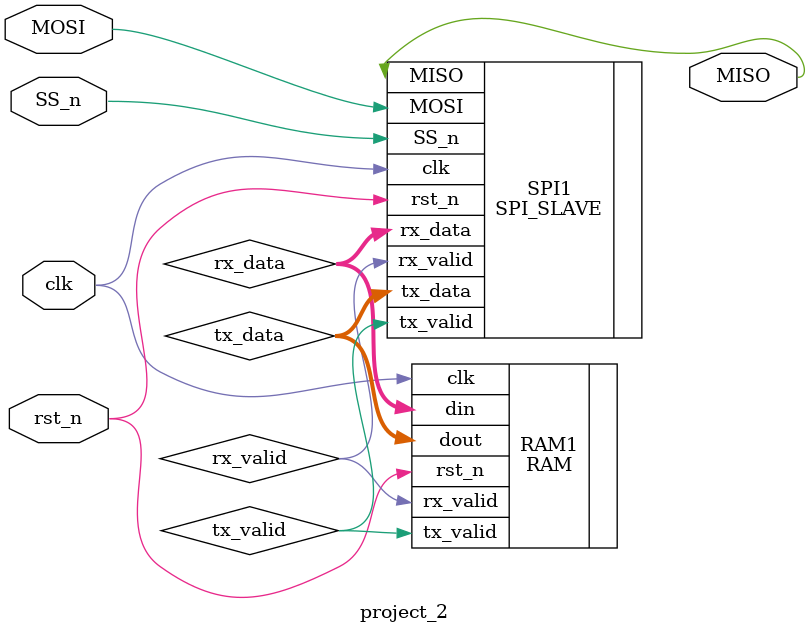
<source format=v>
module project_2(MOSI,MISO,SS_n,clk,rst_n);
input MOSI,SS_n,clk,rst_n;
output MISO;
wire [9:0] rx_data;
wire [7:0] tx_data;
wire rx_valid,tx_valid;
RAM RAM1(.din(rx_data),.rx_valid(rx_valid),.clk(clk),.rst_n(rst_n),.dout(tx_data),.tx_valid(tx_valid));
SPI_SLAVE SPI1(.MOSI(MOSI),.MISO(MISO),.SS_n(SS_n),.clk(clk),.rst_n(rst_n),.rx_data(rx_data),.rx_valid(rx_valid),.tx_data(tx_data),.tx_valid(tx_valid));
endmodule
</source>
